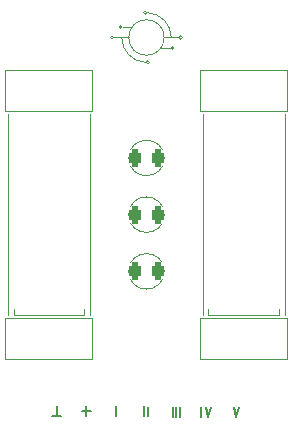
<source format=gto>
G04 #@! TF.GenerationSoftware,KiCad,Pcbnew,(6.0.5)*
G04 #@! TF.CreationDate,2022-10-09T15:08:16+02:00*
G04 #@! TF.ProjectId,Omamori,4f6d616d-6f72-4692-9e6b-696361645f70,rev?*
G04 #@! TF.SameCoordinates,Original*
G04 #@! TF.FileFunction,Legend,Top*
G04 #@! TF.FilePolarity,Positive*
%FSLAX46Y46*%
G04 Gerber Fmt 4.6, Leading zero omitted, Abs format (unit mm)*
G04 Created by KiCad (PCBNEW (6.0.5)) date 2022-10-09 15:08:16*
%MOMM*%
%LPD*%
G01*
G04 APERTURE LIST*
G04 Aperture macros list*
%AMRoundRect*
0 Rectangle with rounded corners*
0 $1 Rounding radius*
0 $2 $3 $4 $5 $6 $7 $8 $9 X,Y pos of 4 corners*
0 Add a 4 corners polygon primitive as box body*
4,1,4,$2,$3,$4,$5,$6,$7,$8,$9,$2,$3,0*
0 Add four circle primitives for the rounded corners*
1,1,$1+$1,$2,$3*
1,1,$1+$1,$4,$5*
1,1,$1+$1,$6,$7*
1,1,$1+$1,$8,$9*
0 Add four rect primitives between the rounded corners*
20,1,$1+$1,$2,$3,$4,$5,0*
20,1,$1+$1,$4,$5,$6,$7,0*
20,1,$1+$1,$6,$7,$8,$9,0*
20,1,$1+$1,$8,$9,$2,$3,0*%
G04 Aperture macros list end*
%ADD10C,0.120000*%
%ADD11C,0.200000*%
%ADD12RoundRect,0.051000X-3.700000X1.750000X-3.700000X-1.750000X3.700000X-1.750000X3.700000X1.750000X0*%
%ADD13RoundRect,0.294750X0.243750X0.456250X-0.243750X0.456250X-0.243750X-0.456250X0.243750X-0.456250X0*%
%ADD14C,1.802000*%
%ADD15O,1.802000X1.802000*%
%ADD16C,2.602000*%
G04 APERTURE END LIST*
D10*
X25046355Y-12900000D02*
G75*
G03*
X25046355Y-12900000I-146355J0D01*
G01*
X28050000Y-15000000D02*
G75*
G03*
X28050000Y-15000000I-150000J0D01*
G01*
X27350000Y-15900000D02*
G75*
G03*
X27350000Y-15900000I-150000J0D01*
G01*
X23800000Y-14100000D02*
X23000000Y-14100000D01*
X25246355Y-17100000D02*
G75*
G03*
X25246355Y-17100000I-146355J0D01*
G01*
X23500000Y-15000000D02*
X22250000Y-15000000D01*
X22900000Y-15000000D02*
G75*
G03*
X24900113Y-17097623I2100000J0D01*
G01*
X22950000Y-14100000D02*
G75*
G03*
X22950000Y-14100000I-150000J0D01*
G01*
D11*
X24820000Y-46240000D02*
X24820000Y-47040000D01*
X32400000Y-46250000D02*
X32600000Y-47100000D01*
X29630000Y-46290000D02*
X29630000Y-47090000D01*
X27530000Y-46290000D02*
X27530000Y-47090000D01*
X27860000Y-46300000D02*
X27860000Y-47100000D01*
D10*
X26500000Y-15000000D02*
G75*
G03*
X26500000Y-15000000I-1500000J0D01*
G01*
D11*
X32600000Y-47100000D02*
X32850000Y-46250000D01*
D10*
X26500000Y-30000000D02*
G75*
G03*
X26500000Y-30000000I-1500000J0D01*
G01*
X27100000Y-15000000D02*
G75*
G03*
X25099887Y-12902377I-2100000J0D01*
G01*
X22250000Y-15000000D02*
G75*
G03*
X22250000Y-15000000I-150000J0D01*
G01*
D11*
X27210000Y-46290000D02*
X27210000Y-47090000D01*
X22460000Y-46230000D02*
X22460000Y-47030000D01*
D10*
X26500000Y-15000000D02*
X27750000Y-15000000D01*
D11*
X30200000Y-47100000D02*
X30450000Y-46250000D01*
X30000000Y-46250000D02*
X30200000Y-47100000D01*
D10*
X26500000Y-25200000D02*
G75*
G03*
X26500000Y-25200000I-1500000J0D01*
G01*
X26200000Y-15900000D02*
X27000000Y-15900000D01*
D11*
X19920000Y-46240000D02*
X19920000Y-47040000D01*
D10*
X26500000Y-34800000D02*
G75*
G03*
X26500000Y-34800000I-1500000J0D01*
G01*
D11*
X20320000Y-46640000D02*
X19520000Y-46640000D01*
X25160000Y-46250000D02*
X25160000Y-47050000D01*
X17000000Y-47030000D02*
X17800000Y-47030000D01*
X17400000Y-46230000D02*
X17400000Y-47030000D01*
D10*
X36250000Y-38500000D02*
X30250000Y-38500000D01*
X36750000Y-21500000D02*
X36750000Y-38500000D01*
X29750000Y-21500000D02*
X29750000Y-38500000D01*
X30250000Y-38500000D02*
X30250000Y-38000000D01*
X36250000Y-38500000D02*
X36250000Y-38000000D01*
X19750000Y-38500000D02*
X13750000Y-38500000D01*
X13750000Y-38500000D02*
X13750000Y-38000000D01*
X20250000Y-21500000D02*
X20250000Y-38500000D01*
X19750000Y-38500000D02*
X19750000Y-38000000D01*
X13250000Y-21500000D02*
X13250000Y-38500000D01*
%LPC*%
D12*
X33250000Y-19500000D03*
X33250000Y-40500000D03*
X16750000Y-19500000D03*
X16750000Y-40500000D03*
D13*
X25937500Y-30000000D03*
X24062500Y-30000000D03*
X25937500Y-25200000D03*
X24062500Y-25200000D03*
X25937500Y-34800000D03*
X24062500Y-34800000D03*
D14*
X17375000Y-45000000D03*
D15*
X19915000Y-45000000D03*
X22455000Y-45000000D03*
X24995000Y-45000000D03*
X27535000Y-45000000D03*
X30075000Y-45000000D03*
X32615000Y-45000000D03*
D16*
X25000000Y-15000000D03*
D14*
X15200000Y-30425000D03*
D15*
X15200000Y-27885000D03*
X15200000Y-25345000D03*
M02*

</source>
